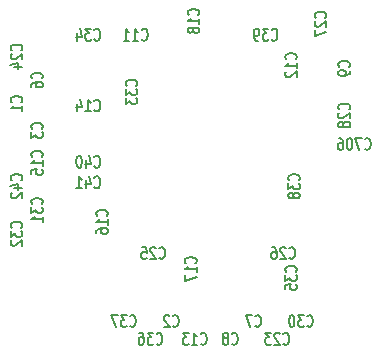
<source format=gbo>
G04 (created by PCBNEW (2013-mar-25)-stable) date Thursday, May 05, 2016 07:05:57 AM*
%MOIN*%
G04 Gerber Fmt 3.4, Leading zero omitted, Abs format*
%FSLAX34Y34*%
G01*
G70*
G90*
G04 APERTURE LIST*
%ADD10C,0.006*%
%ADD11C,0.00590551*%
G04 APERTURE END LIST*
G54D10*
G54D11*
X54649Y-38577D02*
X54668Y-38562D01*
X54686Y-38517D01*
X54686Y-38487D01*
X54668Y-38442D01*
X54630Y-38412D01*
X54593Y-38397D01*
X54518Y-38382D01*
X54461Y-38382D01*
X54386Y-38397D01*
X54349Y-38412D01*
X54311Y-38442D01*
X54293Y-38487D01*
X54293Y-38517D01*
X54311Y-38562D01*
X54330Y-38577D01*
X54424Y-38847D02*
X54686Y-38847D01*
X54274Y-38772D02*
X54555Y-38697D01*
X54555Y-38892D01*
X54330Y-38997D02*
X54311Y-39011D01*
X54293Y-39041D01*
X54293Y-39116D01*
X54311Y-39146D01*
X54330Y-39161D01*
X54368Y-39176D01*
X54405Y-39176D01*
X54461Y-39161D01*
X54686Y-38982D01*
X54686Y-39176D01*
X60554Y-33065D02*
X60573Y-33050D01*
X60592Y-33005D01*
X60592Y-32975D01*
X60573Y-32930D01*
X60536Y-32900D01*
X60498Y-32885D01*
X60423Y-32870D01*
X60367Y-32870D01*
X60292Y-32885D01*
X60254Y-32900D01*
X60217Y-32930D01*
X60198Y-32975D01*
X60198Y-33005D01*
X60217Y-33050D01*
X60236Y-33065D01*
X60592Y-33365D02*
X60592Y-33185D01*
X60592Y-33275D02*
X60198Y-33275D01*
X60254Y-33245D01*
X60292Y-33215D01*
X60311Y-33185D01*
X60367Y-33545D02*
X60348Y-33515D01*
X60329Y-33500D01*
X60292Y-33485D01*
X60273Y-33485D01*
X60236Y-33500D01*
X60217Y-33515D01*
X60198Y-33545D01*
X60198Y-33605D01*
X60217Y-33635D01*
X60236Y-33650D01*
X60273Y-33665D01*
X60292Y-33665D01*
X60329Y-33650D01*
X60348Y-33635D01*
X60367Y-33605D01*
X60367Y-33545D01*
X60386Y-33515D01*
X60404Y-33500D01*
X60442Y-33485D01*
X60517Y-33485D01*
X60554Y-33500D01*
X60573Y-33515D01*
X60592Y-33545D01*
X60592Y-33605D01*
X60573Y-33635D01*
X60554Y-33650D01*
X60517Y-33665D01*
X60442Y-33665D01*
X60404Y-33650D01*
X60386Y-33635D01*
X60367Y-33605D01*
X60456Y-41332D02*
X60475Y-41317D01*
X60494Y-41272D01*
X60494Y-41242D01*
X60475Y-41197D01*
X60437Y-41167D01*
X60400Y-41152D01*
X60325Y-41137D01*
X60269Y-41137D01*
X60194Y-41152D01*
X60156Y-41167D01*
X60119Y-41197D01*
X60100Y-41242D01*
X60100Y-41272D01*
X60119Y-41317D01*
X60137Y-41332D01*
X60494Y-41632D02*
X60494Y-41452D01*
X60494Y-41542D02*
X60100Y-41542D01*
X60156Y-41512D01*
X60194Y-41482D01*
X60212Y-41452D01*
X60100Y-41737D02*
X60100Y-41947D01*
X60494Y-41812D01*
X65574Y-34790D02*
X65593Y-34775D01*
X65612Y-34730D01*
X65612Y-34700D01*
X65593Y-34655D01*
X65555Y-34625D01*
X65518Y-34610D01*
X65443Y-34595D01*
X65387Y-34595D01*
X65312Y-34610D01*
X65274Y-34625D01*
X65237Y-34655D01*
X65218Y-34700D01*
X65218Y-34730D01*
X65237Y-34775D01*
X65255Y-34790D01*
X65612Y-34940D02*
X65612Y-35000D01*
X65593Y-35029D01*
X65574Y-35044D01*
X65518Y-35074D01*
X65443Y-35089D01*
X65293Y-35089D01*
X65255Y-35074D01*
X65237Y-35059D01*
X65218Y-35029D01*
X65218Y-34970D01*
X65237Y-34940D01*
X65255Y-34925D01*
X65293Y-34910D01*
X65387Y-34910D01*
X65424Y-34925D01*
X65443Y-34940D01*
X65462Y-34970D01*
X65462Y-35029D01*
X65443Y-35059D01*
X65424Y-35074D01*
X65387Y-35089D01*
X57092Y-36243D02*
X57107Y-36262D01*
X57152Y-36281D01*
X57182Y-36281D01*
X57227Y-36262D01*
X57257Y-36225D01*
X57272Y-36187D01*
X57287Y-36112D01*
X57287Y-36056D01*
X57272Y-35981D01*
X57257Y-35943D01*
X57227Y-35906D01*
X57182Y-35887D01*
X57152Y-35887D01*
X57107Y-35906D01*
X57092Y-35925D01*
X56792Y-36281D02*
X56972Y-36281D01*
X56882Y-36281D02*
X56882Y-35887D01*
X56912Y-35943D01*
X56942Y-35981D01*
X56972Y-36000D01*
X56522Y-36018D02*
X56522Y-36281D01*
X56597Y-35868D02*
X56672Y-36150D01*
X56477Y-36150D01*
X57092Y-33881D02*
X57107Y-33900D01*
X57152Y-33919D01*
X57182Y-33919D01*
X57227Y-33900D01*
X57257Y-33862D01*
X57272Y-33825D01*
X57287Y-33750D01*
X57287Y-33694D01*
X57272Y-33619D01*
X57257Y-33581D01*
X57227Y-33544D01*
X57182Y-33525D01*
X57152Y-33525D01*
X57107Y-33544D01*
X57092Y-33562D01*
X56987Y-33525D02*
X56792Y-33525D01*
X56897Y-33675D01*
X56852Y-33675D01*
X56822Y-33694D01*
X56807Y-33712D01*
X56792Y-33750D01*
X56792Y-33844D01*
X56807Y-33881D01*
X56822Y-33900D01*
X56852Y-33919D01*
X56942Y-33919D01*
X56972Y-33900D01*
X56987Y-33881D01*
X56522Y-33656D02*
X56522Y-33919D01*
X56597Y-33506D02*
X56672Y-33787D01*
X56477Y-33787D01*
X63802Y-41628D02*
X63821Y-41613D01*
X63840Y-41568D01*
X63840Y-41538D01*
X63821Y-41493D01*
X63784Y-41463D01*
X63746Y-41448D01*
X63671Y-41433D01*
X63615Y-41433D01*
X63540Y-41448D01*
X63502Y-41463D01*
X63465Y-41493D01*
X63446Y-41538D01*
X63446Y-41568D01*
X63465Y-41613D01*
X63484Y-41628D01*
X63446Y-41733D02*
X63446Y-41928D01*
X63596Y-41823D01*
X63596Y-41868D01*
X63615Y-41898D01*
X63634Y-41913D01*
X63671Y-41928D01*
X63765Y-41928D01*
X63802Y-41913D01*
X63821Y-41898D01*
X63840Y-41868D01*
X63840Y-41778D01*
X63821Y-41748D01*
X63802Y-41733D01*
X63446Y-42213D02*
X63446Y-42063D01*
X63634Y-42048D01*
X63615Y-42063D01*
X63596Y-42093D01*
X63596Y-42168D01*
X63615Y-42198D01*
X63634Y-42213D01*
X63671Y-42228D01*
X63765Y-42228D01*
X63802Y-42213D01*
X63821Y-42198D01*
X63840Y-42168D01*
X63840Y-42093D01*
X63821Y-42063D01*
X63802Y-42048D01*
X57092Y-38113D02*
X57107Y-38132D01*
X57152Y-38151D01*
X57182Y-38151D01*
X57227Y-38132D01*
X57257Y-38095D01*
X57272Y-38057D01*
X57287Y-37982D01*
X57287Y-37926D01*
X57272Y-37851D01*
X57257Y-37814D01*
X57227Y-37776D01*
X57182Y-37757D01*
X57152Y-37757D01*
X57107Y-37776D01*
X57092Y-37795D01*
X56822Y-37889D02*
X56822Y-38151D01*
X56897Y-37739D02*
X56972Y-38020D01*
X56777Y-38020D01*
X56597Y-37757D02*
X56567Y-37757D01*
X56537Y-37776D01*
X56522Y-37795D01*
X56507Y-37832D01*
X56492Y-37907D01*
X56492Y-38001D01*
X56507Y-38076D01*
X56522Y-38113D01*
X56537Y-38132D01*
X56567Y-38151D01*
X56597Y-38151D01*
X56627Y-38132D01*
X56642Y-38113D01*
X56657Y-38076D01*
X56672Y-38001D01*
X56672Y-37907D01*
X56657Y-37832D01*
X56642Y-37795D01*
X56627Y-37776D01*
X56597Y-37757D01*
X57092Y-38802D02*
X57107Y-38821D01*
X57152Y-38840D01*
X57182Y-38840D01*
X57227Y-38821D01*
X57257Y-38784D01*
X57272Y-38746D01*
X57287Y-38671D01*
X57287Y-38615D01*
X57272Y-38540D01*
X57257Y-38502D01*
X57227Y-38465D01*
X57182Y-38446D01*
X57152Y-38446D01*
X57107Y-38465D01*
X57092Y-38484D01*
X56822Y-38577D02*
X56822Y-38840D01*
X56897Y-38428D02*
X56972Y-38709D01*
X56777Y-38709D01*
X56492Y-38840D02*
X56672Y-38840D01*
X56582Y-38840D02*
X56582Y-38446D01*
X56612Y-38502D01*
X56642Y-38540D01*
X56672Y-38559D01*
X64787Y-33163D02*
X64805Y-33148D01*
X64824Y-33103D01*
X64824Y-33073D01*
X64805Y-33028D01*
X64768Y-32998D01*
X64730Y-32983D01*
X64655Y-32968D01*
X64599Y-32968D01*
X64524Y-32983D01*
X64487Y-32998D01*
X64449Y-33028D01*
X64431Y-33073D01*
X64431Y-33103D01*
X64449Y-33148D01*
X64468Y-33163D01*
X64468Y-33283D02*
X64449Y-33298D01*
X64431Y-33328D01*
X64431Y-33403D01*
X64449Y-33433D01*
X64468Y-33448D01*
X64505Y-33463D01*
X64543Y-33463D01*
X64599Y-33448D01*
X64824Y-33268D01*
X64824Y-33463D01*
X64431Y-33568D02*
X64431Y-33778D01*
X64824Y-33643D01*
X65574Y-36214D02*
X65593Y-36199D01*
X65612Y-36154D01*
X65612Y-36124D01*
X65593Y-36079D01*
X65555Y-36049D01*
X65518Y-36034D01*
X65443Y-36019D01*
X65387Y-36019D01*
X65312Y-36034D01*
X65274Y-36049D01*
X65237Y-36079D01*
X65218Y-36124D01*
X65218Y-36154D01*
X65237Y-36199D01*
X65255Y-36214D01*
X65255Y-36334D02*
X65237Y-36349D01*
X65218Y-36379D01*
X65218Y-36454D01*
X65237Y-36484D01*
X65255Y-36499D01*
X65293Y-36514D01*
X65330Y-36514D01*
X65387Y-36499D01*
X65612Y-36319D01*
X65612Y-36514D01*
X65387Y-36694D02*
X65368Y-36664D01*
X65349Y-36649D01*
X65312Y-36634D01*
X65293Y-36634D01*
X65255Y-36649D01*
X65237Y-36664D01*
X65218Y-36694D01*
X65218Y-36754D01*
X65237Y-36784D01*
X65255Y-36799D01*
X65293Y-36814D01*
X65312Y-36814D01*
X65349Y-36799D01*
X65368Y-36784D01*
X65387Y-36754D01*
X65387Y-36694D01*
X65405Y-36664D01*
X65424Y-36649D01*
X65462Y-36634D01*
X65537Y-36634D01*
X65574Y-36649D01*
X65593Y-36664D01*
X65612Y-36694D01*
X65612Y-36754D01*
X65593Y-36784D01*
X65574Y-36799D01*
X65537Y-36814D01*
X65462Y-36814D01*
X65424Y-36799D01*
X65405Y-36784D01*
X65387Y-36754D01*
X66100Y-37523D02*
X66115Y-37542D01*
X66160Y-37560D01*
X66190Y-37560D01*
X66235Y-37542D01*
X66265Y-37504D01*
X66280Y-37467D01*
X66295Y-37392D01*
X66295Y-37335D01*
X66280Y-37260D01*
X66265Y-37223D01*
X66235Y-37185D01*
X66190Y-37167D01*
X66160Y-37167D01*
X66115Y-37185D01*
X66100Y-37204D01*
X65995Y-37167D02*
X65785Y-37167D01*
X65920Y-37560D01*
X65605Y-37167D02*
X65575Y-37167D01*
X65545Y-37185D01*
X65530Y-37204D01*
X65515Y-37242D01*
X65500Y-37317D01*
X65500Y-37410D01*
X65515Y-37485D01*
X65530Y-37523D01*
X65545Y-37542D01*
X65575Y-37560D01*
X65605Y-37560D01*
X65635Y-37542D01*
X65650Y-37523D01*
X65665Y-37485D01*
X65680Y-37410D01*
X65680Y-37317D01*
X65665Y-37242D01*
X65650Y-37204D01*
X65635Y-37185D01*
X65605Y-37167D01*
X65230Y-37167D02*
X65290Y-37167D01*
X65320Y-37185D01*
X65335Y-37204D01*
X65365Y-37260D01*
X65380Y-37335D01*
X65380Y-37485D01*
X65365Y-37523D01*
X65350Y-37542D01*
X65320Y-37560D01*
X65260Y-37560D01*
X65230Y-37542D01*
X65215Y-37523D01*
X65200Y-37485D01*
X65200Y-37392D01*
X65215Y-37354D01*
X65230Y-37335D01*
X65260Y-37317D01*
X65320Y-37317D01*
X65350Y-37335D01*
X65365Y-37354D01*
X65380Y-37392D01*
X63588Y-41165D02*
X63603Y-41183D01*
X63648Y-41202D01*
X63678Y-41202D01*
X63723Y-41183D01*
X63753Y-41146D01*
X63768Y-41108D01*
X63783Y-41033D01*
X63783Y-40977D01*
X63768Y-40902D01*
X63753Y-40865D01*
X63723Y-40827D01*
X63678Y-40808D01*
X63648Y-40808D01*
X63603Y-40827D01*
X63588Y-40846D01*
X63468Y-40846D02*
X63453Y-40827D01*
X63423Y-40808D01*
X63348Y-40808D01*
X63318Y-40827D01*
X63303Y-40846D01*
X63288Y-40883D01*
X63288Y-40921D01*
X63303Y-40977D01*
X63483Y-41202D01*
X63288Y-41202D01*
X63018Y-40808D02*
X63078Y-40808D01*
X63108Y-40827D01*
X63123Y-40846D01*
X63153Y-40902D01*
X63168Y-40977D01*
X63168Y-41127D01*
X63153Y-41165D01*
X63138Y-41183D01*
X63108Y-41202D01*
X63048Y-41202D01*
X63018Y-41183D01*
X63003Y-41165D01*
X62988Y-41127D01*
X62988Y-41033D01*
X63003Y-40996D01*
X63018Y-40977D01*
X63048Y-40958D01*
X63108Y-40958D01*
X63138Y-40977D01*
X63153Y-40996D01*
X63168Y-41033D01*
X59159Y-44019D02*
X59174Y-44038D01*
X59219Y-44056D01*
X59249Y-44056D01*
X59294Y-44038D01*
X59324Y-44000D01*
X59339Y-43963D01*
X59354Y-43888D01*
X59354Y-43832D01*
X59339Y-43757D01*
X59324Y-43719D01*
X59294Y-43682D01*
X59249Y-43663D01*
X59219Y-43663D01*
X59174Y-43682D01*
X59159Y-43700D01*
X59054Y-43663D02*
X58859Y-43663D01*
X58964Y-43813D01*
X58919Y-43813D01*
X58889Y-43832D01*
X58874Y-43850D01*
X58859Y-43888D01*
X58859Y-43982D01*
X58874Y-44019D01*
X58889Y-44038D01*
X58919Y-44056D01*
X59009Y-44056D01*
X59039Y-44038D01*
X59054Y-44019D01*
X58589Y-43663D02*
X58649Y-43663D01*
X58679Y-43682D01*
X58694Y-43700D01*
X58724Y-43757D01*
X58739Y-43832D01*
X58739Y-43982D01*
X58724Y-44019D01*
X58709Y-44038D01*
X58679Y-44056D01*
X58619Y-44056D01*
X58589Y-44038D01*
X58574Y-44019D01*
X58559Y-43982D01*
X58559Y-43888D01*
X58574Y-43850D01*
X58589Y-43832D01*
X58619Y-43813D01*
X58679Y-43813D01*
X58709Y-43832D01*
X58724Y-43850D01*
X58739Y-43888D01*
X58273Y-43428D02*
X58288Y-43447D01*
X58333Y-43466D01*
X58363Y-43466D01*
X58408Y-43447D01*
X58438Y-43410D01*
X58453Y-43372D01*
X58468Y-43297D01*
X58468Y-43241D01*
X58453Y-43166D01*
X58438Y-43128D01*
X58408Y-43091D01*
X58363Y-43072D01*
X58333Y-43072D01*
X58288Y-43091D01*
X58273Y-43110D01*
X58168Y-43072D02*
X57973Y-43072D01*
X58078Y-43222D01*
X58033Y-43222D01*
X58003Y-43241D01*
X57988Y-43260D01*
X57973Y-43297D01*
X57973Y-43391D01*
X57988Y-43428D01*
X58003Y-43447D01*
X58033Y-43466D01*
X58123Y-43466D01*
X58153Y-43447D01*
X58168Y-43428D01*
X57868Y-43072D02*
X57658Y-43072D01*
X57793Y-43466D01*
X63901Y-38577D02*
X63920Y-38562D01*
X63938Y-38517D01*
X63938Y-38487D01*
X63920Y-38442D01*
X63882Y-38412D01*
X63845Y-38397D01*
X63770Y-38382D01*
X63713Y-38382D01*
X63638Y-38397D01*
X63601Y-38412D01*
X63563Y-38442D01*
X63545Y-38487D01*
X63545Y-38517D01*
X63563Y-38562D01*
X63582Y-38577D01*
X63545Y-38682D02*
X63545Y-38877D01*
X63695Y-38772D01*
X63695Y-38817D01*
X63713Y-38847D01*
X63732Y-38862D01*
X63770Y-38877D01*
X63863Y-38877D01*
X63901Y-38862D01*
X63920Y-38847D01*
X63938Y-38817D01*
X63938Y-38727D01*
X63920Y-38697D01*
X63901Y-38682D01*
X63713Y-39056D02*
X63695Y-39026D01*
X63676Y-39011D01*
X63638Y-38997D01*
X63620Y-38997D01*
X63582Y-39011D01*
X63563Y-39026D01*
X63545Y-39056D01*
X63545Y-39116D01*
X63563Y-39146D01*
X63582Y-39161D01*
X63620Y-39176D01*
X63638Y-39176D01*
X63676Y-39161D01*
X63695Y-39146D01*
X63713Y-39116D01*
X63713Y-39056D01*
X63732Y-39026D01*
X63751Y-39011D01*
X63788Y-38997D01*
X63863Y-38997D01*
X63901Y-39011D01*
X63920Y-39026D01*
X63938Y-39056D01*
X63938Y-39116D01*
X63920Y-39146D01*
X63901Y-39161D01*
X63863Y-39176D01*
X63788Y-39176D01*
X63751Y-39161D01*
X63732Y-39146D01*
X63713Y-39116D01*
X62997Y-33881D02*
X63012Y-33900D01*
X63057Y-33919D01*
X63087Y-33919D01*
X63132Y-33900D01*
X63162Y-33862D01*
X63177Y-33825D01*
X63192Y-33750D01*
X63192Y-33694D01*
X63177Y-33619D01*
X63162Y-33581D01*
X63132Y-33544D01*
X63087Y-33525D01*
X63057Y-33525D01*
X63012Y-33544D01*
X62997Y-33562D01*
X62892Y-33525D02*
X62697Y-33525D01*
X62802Y-33675D01*
X62757Y-33675D01*
X62727Y-33694D01*
X62712Y-33712D01*
X62697Y-33750D01*
X62697Y-33844D01*
X62712Y-33881D01*
X62727Y-33900D01*
X62757Y-33919D01*
X62847Y-33919D01*
X62877Y-33900D01*
X62892Y-33881D01*
X62547Y-33919D02*
X62487Y-33919D01*
X62457Y-33900D01*
X62442Y-33881D01*
X62412Y-33825D01*
X62397Y-33750D01*
X62397Y-33600D01*
X62412Y-33562D01*
X62427Y-33544D01*
X62457Y-33525D01*
X62517Y-33525D01*
X62547Y-33544D01*
X62562Y-33562D01*
X62577Y-33600D01*
X62577Y-33694D01*
X62562Y-33731D01*
X62547Y-33750D01*
X62517Y-33769D01*
X62457Y-33769D01*
X62427Y-33750D01*
X62412Y-33731D01*
X62397Y-33694D01*
X55338Y-39364D02*
X55357Y-39349D01*
X55375Y-39304D01*
X55375Y-39274D01*
X55357Y-39229D01*
X55319Y-39199D01*
X55282Y-39184D01*
X55207Y-39169D01*
X55150Y-39169D01*
X55075Y-39184D01*
X55038Y-39199D01*
X55000Y-39229D01*
X54982Y-39274D01*
X54982Y-39304D01*
X55000Y-39349D01*
X55019Y-39364D01*
X54982Y-39469D02*
X54982Y-39664D01*
X55132Y-39559D01*
X55132Y-39604D01*
X55150Y-39634D01*
X55169Y-39649D01*
X55207Y-39664D01*
X55300Y-39664D01*
X55338Y-39649D01*
X55357Y-39634D01*
X55375Y-39604D01*
X55375Y-39514D01*
X55357Y-39484D01*
X55338Y-39469D01*
X55375Y-39964D02*
X55375Y-39784D01*
X55375Y-39874D02*
X54982Y-39874D01*
X55038Y-39844D01*
X55075Y-39814D01*
X55094Y-39784D01*
X54649Y-40151D02*
X54668Y-40136D01*
X54686Y-40091D01*
X54686Y-40061D01*
X54668Y-40016D01*
X54630Y-39986D01*
X54593Y-39971D01*
X54518Y-39956D01*
X54461Y-39956D01*
X54386Y-39971D01*
X54349Y-39986D01*
X54311Y-40016D01*
X54293Y-40061D01*
X54293Y-40091D01*
X54311Y-40136D01*
X54330Y-40151D01*
X54293Y-40256D02*
X54293Y-40451D01*
X54443Y-40346D01*
X54443Y-40391D01*
X54461Y-40421D01*
X54480Y-40436D01*
X54518Y-40451D01*
X54611Y-40451D01*
X54649Y-40436D01*
X54668Y-40421D01*
X54686Y-40391D01*
X54686Y-40301D01*
X54668Y-40271D01*
X54649Y-40256D01*
X54330Y-40571D02*
X54311Y-40586D01*
X54293Y-40616D01*
X54293Y-40691D01*
X54311Y-40721D01*
X54330Y-40736D01*
X54368Y-40751D01*
X54405Y-40751D01*
X54461Y-40736D01*
X54686Y-40556D01*
X54686Y-40751D01*
X58488Y-35427D02*
X58506Y-35412D01*
X58525Y-35367D01*
X58525Y-35337D01*
X58506Y-35292D01*
X58469Y-35262D01*
X58431Y-35247D01*
X58356Y-35232D01*
X58300Y-35232D01*
X58225Y-35247D01*
X58188Y-35262D01*
X58150Y-35292D01*
X58131Y-35337D01*
X58131Y-35367D01*
X58150Y-35412D01*
X58169Y-35427D01*
X58131Y-35532D02*
X58131Y-35727D01*
X58281Y-35622D01*
X58281Y-35667D01*
X58300Y-35697D01*
X58319Y-35712D01*
X58356Y-35727D01*
X58450Y-35727D01*
X58488Y-35712D01*
X58506Y-35697D01*
X58525Y-35667D01*
X58525Y-35577D01*
X58506Y-35547D01*
X58488Y-35532D01*
X58131Y-35832D02*
X58131Y-36027D01*
X58281Y-35922D01*
X58281Y-35967D01*
X58300Y-35997D01*
X58319Y-36012D01*
X58356Y-36027D01*
X58450Y-36027D01*
X58488Y-36012D01*
X58506Y-35997D01*
X58525Y-35967D01*
X58525Y-35877D01*
X58506Y-35847D01*
X58488Y-35832D01*
X59257Y-41165D02*
X59272Y-41183D01*
X59317Y-41202D01*
X59347Y-41202D01*
X59392Y-41183D01*
X59422Y-41146D01*
X59437Y-41108D01*
X59452Y-41033D01*
X59452Y-40977D01*
X59437Y-40902D01*
X59422Y-40865D01*
X59392Y-40827D01*
X59347Y-40808D01*
X59317Y-40808D01*
X59272Y-40827D01*
X59257Y-40846D01*
X59137Y-40846D02*
X59122Y-40827D01*
X59092Y-40808D01*
X59017Y-40808D01*
X58987Y-40827D01*
X58972Y-40846D01*
X58957Y-40883D01*
X58957Y-40921D01*
X58972Y-40977D01*
X59152Y-41202D01*
X58957Y-41202D01*
X58672Y-40808D02*
X58822Y-40808D01*
X58837Y-40996D01*
X58822Y-40977D01*
X58792Y-40958D01*
X58717Y-40958D01*
X58687Y-40977D01*
X58672Y-40996D01*
X58657Y-41033D01*
X58657Y-41127D01*
X58672Y-41165D01*
X58687Y-41183D01*
X58717Y-41202D01*
X58792Y-41202D01*
X58822Y-41183D01*
X58837Y-41165D01*
X55338Y-35183D02*
X55357Y-35168D01*
X55375Y-35123D01*
X55375Y-35093D01*
X55357Y-35048D01*
X55319Y-35018D01*
X55282Y-35003D01*
X55207Y-34988D01*
X55150Y-34988D01*
X55075Y-35003D01*
X55038Y-35018D01*
X55000Y-35048D01*
X54982Y-35093D01*
X54982Y-35123D01*
X55000Y-35168D01*
X55019Y-35183D01*
X54982Y-35453D02*
X54982Y-35393D01*
X55000Y-35363D01*
X55019Y-35348D01*
X55075Y-35318D01*
X55150Y-35303D01*
X55300Y-35303D01*
X55338Y-35318D01*
X55357Y-35333D01*
X55375Y-35363D01*
X55375Y-35423D01*
X55357Y-35453D01*
X55338Y-35468D01*
X55300Y-35483D01*
X55207Y-35483D01*
X55169Y-35468D01*
X55150Y-35453D01*
X55132Y-35423D01*
X55132Y-35363D01*
X55150Y-35333D01*
X55169Y-35318D01*
X55207Y-35303D01*
X58667Y-33881D02*
X58682Y-33900D01*
X58727Y-33919D01*
X58757Y-33919D01*
X58802Y-33900D01*
X58832Y-33862D01*
X58847Y-33825D01*
X58862Y-33750D01*
X58862Y-33694D01*
X58847Y-33619D01*
X58832Y-33581D01*
X58802Y-33544D01*
X58757Y-33525D01*
X58727Y-33525D01*
X58682Y-33544D01*
X58667Y-33562D01*
X58367Y-33919D02*
X58547Y-33919D01*
X58457Y-33919D02*
X58457Y-33525D01*
X58487Y-33581D01*
X58517Y-33619D01*
X58547Y-33637D01*
X58067Y-33919D02*
X58247Y-33919D01*
X58157Y-33919D02*
X58157Y-33525D01*
X58187Y-33581D01*
X58217Y-33619D01*
X58247Y-33637D01*
X55338Y-37789D02*
X55357Y-37774D01*
X55375Y-37729D01*
X55375Y-37699D01*
X55357Y-37654D01*
X55319Y-37624D01*
X55282Y-37609D01*
X55207Y-37594D01*
X55150Y-37594D01*
X55075Y-37609D01*
X55038Y-37624D01*
X55000Y-37654D01*
X54982Y-37699D01*
X54982Y-37729D01*
X55000Y-37774D01*
X55019Y-37789D01*
X55375Y-38089D02*
X55375Y-37909D01*
X55375Y-37999D02*
X54982Y-37999D01*
X55038Y-37969D01*
X55075Y-37939D01*
X55094Y-37909D01*
X54982Y-38374D02*
X54982Y-38224D01*
X55169Y-38209D01*
X55150Y-38224D01*
X55132Y-38254D01*
X55132Y-38329D01*
X55150Y-38359D01*
X55169Y-38374D01*
X55207Y-38389D01*
X55300Y-38389D01*
X55338Y-38374D01*
X55357Y-38359D01*
X55375Y-38329D01*
X55375Y-38254D01*
X55357Y-38224D01*
X55338Y-38209D01*
X59698Y-43428D02*
X59713Y-43447D01*
X59758Y-43466D01*
X59788Y-43466D01*
X59833Y-43447D01*
X59863Y-43410D01*
X59878Y-43372D01*
X59893Y-43297D01*
X59893Y-43241D01*
X59878Y-43166D01*
X59863Y-43128D01*
X59833Y-43091D01*
X59788Y-43072D01*
X59758Y-43072D01*
X59713Y-43091D01*
X59698Y-43110D01*
X59578Y-43110D02*
X59563Y-43091D01*
X59533Y-43072D01*
X59458Y-43072D01*
X59428Y-43091D01*
X59413Y-43110D01*
X59398Y-43147D01*
X59398Y-43185D01*
X59413Y-43241D01*
X59593Y-43466D01*
X59398Y-43466D01*
X54649Y-35971D02*
X54668Y-35956D01*
X54686Y-35911D01*
X54686Y-35881D01*
X54668Y-35836D01*
X54630Y-35806D01*
X54593Y-35791D01*
X54518Y-35776D01*
X54461Y-35776D01*
X54386Y-35791D01*
X54349Y-35806D01*
X54311Y-35836D01*
X54293Y-35881D01*
X54293Y-35911D01*
X54311Y-35956D01*
X54330Y-35971D01*
X54686Y-36271D02*
X54686Y-36091D01*
X54686Y-36181D02*
X54293Y-36181D01*
X54349Y-36151D01*
X54386Y-36121D01*
X54405Y-36091D01*
X63802Y-34541D02*
X63821Y-34526D01*
X63840Y-34481D01*
X63840Y-34451D01*
X63821Y-34406D01*
X63784Y-34376D01*
X63746Y-34361D01*
X63671Y-34346D01*
X63615Y-34346D01*
X63540Y-34361D01*
X63502Y-34376D01*
X63465Y-34406D01*
X63446Y-34451D01*
X63446Y-34481D01*
X63465Y-34526D01*
X63484Y-34541D01*
X63840Y-34841D02*
X63840Y-34661D01*
X63840Y-34751D02*
X63446Y-34751D01*
X63502Y-34721D01*
X63540Y-34691D01*
X63559Y-34661D01*
X63484Y-34961D02*
X63465Y-34976D01*
X63446Y-35006D01*
X63446Y-35081D01*
X63465Y-35111D01*
X63484Y-35126D01*
X63521Y-35141D01*
X63559Y-35141D01*
X63615Y-35126D01*
X63840Y-34946D01*
X63840Y-35141D01*
X55338Y-36856D02*
X55357Y-36841D01*
X55375Y-36796D01*
X55375Y-36766D01*
X55357Y-36721D01*
X55319Y-36691D01*
X55282Y-36676D01*
X55207Y-36661D01*
X55150Y-36661D01*
X55075Y-36676D01*
X55038Y-36691D01*
X55000Y-36721D01*
X54982Y-36766D01*
X54982Y-36796D01*
X55000Y-36841D01*
X55019Y-36856D01*
X54982Y-36961D02*
X54982Y-37156D01*
X55132Y-37051D01*
X55132Y-37096D01*
X55150Y-37126D01*
X55169Y-37141D01*
X55207Y-37156D01*
X55300Y-37156D01*
X55338Y-37141D01*
X55357Y-37126D01*
X55375Y-37096D01*
X55375Y-37006D01*
X55357Y-36976D01*
X55338Y-36961D01*
X61666Y-44019D02*
X61681Y-44038D01*
X61726Y-44056D01*
X61756Y-44056D01*
X61801Y-44038D01*
X61831Y-44000D01*
X61846Y-43963D01*
X61861Y-43888D01*
X61861Y-43832D01*
X61846Y-43757D01*
X61831Y-43719D01*
X61801Y-43682D01*
X61756Y-43663D01*
X61726Y-43663D01*
X61681Y-43682D01*
X61666Y-43700D01*
X61486Y-43832D02*
X61516Y-43813D01*
X61531Y-43794D01*
X61546Y-43757D01*
X61546Y-43738D01*
X61531Y-43700D01*
X61516Y-43682D01*
X61486Y-43663D01*
X61426Y-43663D01*
X61396Y-43682D01*
X61381Y-43700D01*
X61366Y-43738D01*
X61366Y-43757D01*
X61381Y-43794D01*
X61396Y-43813D01*
X61426Y-43832D01*
X61486Y-43832D01*
X61516Y-43850D01*
X61531Y-43869D01*
X61546Y-43907D01*
X61546Y-43982D01*
X61531Y-44019D01*
X61516Y-44038D01*
X61486Y-44056D01*
X61426Y-44056D01*
X61396Y-44038D01*
X61381Y-44019D01*
X61366Y-43982D01*
X61366Y-43907D01*
X61381Y-43869D01*
X61396Y-43850D01*
X61426Y-43832D01*
X63391Y-44019D02*
X63406Y-44038D01*
X63451Y-44056D01*
X63481Y-44056D01*
X63526Y-44038D01*
X63556Y-44000D01*
X63571Y-43963D01*
X63586Y-43888D01*
X63586Y-43832D01*
X63571Y-43757D01*
X63556Y-43719D01*
X63526Y-43682D01*
X63481Y-43663D01*
X63451Y-43663D01*
X63406Y-43682D01*
X63391Y-43700D01*
X63271Y-43700D02*
X63256Y-43682D01*
X63226Y-43663D01*
X63151Y-43663D01*
X63121Y-43682D01*
X63106Y-43700D01*
X63091Y-43738D01*
X63091Y-43775D01*
X63106Y-43832D01*
X63286Y-44056D01*
X63091Y-44056D01*
X62986Y-43663D02*
X62791Y-43663D01*
X62896Y-43813D01*
X62851Y-43813D01*
X62821Y-43832D01*
X62806Y-43850D01*
X62791Y-43888D01*
X62791Y-43982D01*
X62806Y-44019D01*
X62821Y-44038D01*
X62851Y-44056D01*
X62941Y-44056D01*
X62971Y-44038D01*
X62986Y-44019D01*
X54649Y-34246D02*
X54668Y-34231D01*
X54686Y-34186D01*
X54686Y-34156D01*
X54668Y-34111D01*
X54630Y-34081D01*
X54593Y-34066D01*
X54518Y-34051D01*
X54461Y-34051D01*
X54386Y-34066D01*
X54349Y-34081D01*
X54311Y-34111D01*
X54293Y-34156D01*
X54293Y-34186D01*
X54311Y-34231D01*
X54330Y-34246D01*
X54330Y-34366D02*
X54311Y-34381D01*
X54293Y-34411D01*
X54293Y-34486D01*
X54311Y-34516D01*
X54330Y-34531D01*
X54368Y-34546D01*
X54405Y-34546D01*
X54461Y-34531D01*
X54686Y-34351D01*
X54686Y-34546D01*
X54424Y-34816D02*
X54686Y-34816D01*
X54274Y-34741D02*
X54555Y-34666D01*
X54555Y-34861D01*
X60635Y-44019D02*
X60650Y-44038D01*
X60695Y-44056D01*
X60725Y-44056D01*
X60770Y-44038D01*
X60800Y-44000D01*
X60815Y-43963D01*
X60830Y-43888D01*
X60830Y-43832D01*
X60815Y-43757D01*
X60800Y-43719D01*
X60770Y-43682D01*
X60725Y-43663D01*
X60695Y-43663D01*
X60650Y-43682D01*
X60635Y-43700D01*
X60335Y-44056D02*
X60515Y-44056D01*
X60425Y-44056D02*
X60425Y-43663D01*
X60455Y-43719D01*
X60485Y-43757D01*
X60515Y-43775D01*
X60230Y-43663D02*
X60035Y-43663D01*
X60140Y-43813D01*
X60095Y-43813D01*
X60065Y-43832D01*
X60050Y-43850D01*
X60035Y-43888D01*
X60035Y-43982D01*
X60050Y-44019D01*
X60065Y-44038D01*
X60095Y-44056D01*
X60185Y-44056D01*
X60215Y-44038D01*
X60230Y-44019D01*
X57503Y-39758D02*
X57522Y-39743D01*
X57541Y-39698D01*
X57541Y-39668D01*
X57522Y-39623D01*
X57485Y-39593D01*
X57447Y-39578D01*
X57372Y-39563D01*
X57316Y-39563D01*
X57241Y-39578D01*
X57203Y-39593D01*
X57166Y-39623D01*
X57147Y-39668D01*
X57147Y-39698D01*
X57166Y-39743D01*
X57185Y-39758D01*
X57541Y-40058D02*
X57541Y-39878D01*
X57541Y-39968D02*
X57147Y-39968D01*
X57203Y-39938D01*
X57241Y-39908D01*
X57260Y-39878D01*
X57147Y-40328D02*
X57147Y-40268D01*
X57166Y-40238D01*
X57185Y-40223D01*
X57241Y-40193D01*
X57316Y-40178D01*
X57466Y-40178D01*
X57503Y-40193D01*
X57522Y-40208D01*
X57541Y-40238D01*
X57541Y-40298D01*
X57522Y-40328D01*
X57503Y-40343D01*
X57466Y-40358D01*
X57372Y-40358D01*
X57335Y-40343D01*
X57316Y-40328D01*
X57297Y-40298D01*
X57297Y-40238D01*
X57316Y-40208D01*
X57335Y-40193D01*
X57372Y-40178D01*
X62454Y-43428D02*
X62469Y-43447D01*
X62514Y-43466D01*
X62544Y-43466D01*
X62589Y-43447D01*
X62619Y-43410D01*
X62634Y-43372D01*
X62649Y-43297D01*
X62649Y-43241D01*
X62634Y-43166D01*
X62619Y-43128D01*
X62589Y-43091D01*
X62544Y-43072D01*
X62514Y-43072D01*
X62469Y-43091D01*
X62454Y-43110D01*
X62349Y-43072D02*
X62139Y-43072D01*
X62274Y-43466D01*
X64178Y-43428D02*
X64193Y-43447D01*
X64238Y-43466D01*
X64268Y-43466D01*
X64313Y-43447D01*
X64343Y-43410D01*
X64358Y-43372D01*
X64373Y-43297D01*
X64373Y-43241D01*
X64358Y-43166D01*
X64343Y-43128D01*
X64313Y-43091D01*
X64268Y-43072D01*
X64238Y-43072D01*
X64193Y-43091D01*
X64178Y-43110D01*
X64073Y-43072D02*
X63878Y-43072D01*
X63983Y-43222D01*
X63938Y-43222D01*
X63908Y-43241D01*
X63893Y-43260D01*
X63878Y-43297D01*
X63878Y-43391D01*
X63893Y-43428D01*
X63908Y-43447D01*
X63938Y-43466D01*
X64028Y-43466D01*
X64058Y-43447D01*
X64073Y-43428D01*
X63683Y-43072D02*
X63653Y-43072D01*
X63623Y-43091D01*
X63608Y-43110D01*
X63593Y-43147D01*
X63578Y-43222D01*
X63578Y-43316D01*
X63593Y-43391D01*
X63608Y-43428D01*
X63623Y-43447D01*
X63653Y-43466D01*
X63683Y-43466D01*
X63713Y-43447D01*
X63728Y-43428D01*
X63743Y-43391D01*
X63758Y-43316D01*
X63758Y-43222D01*
X63743Y-43147D01*
X63728Y-43110D01*
X63713Y-43091D01*
X63683Y-43072D01*
M02*

</source>
